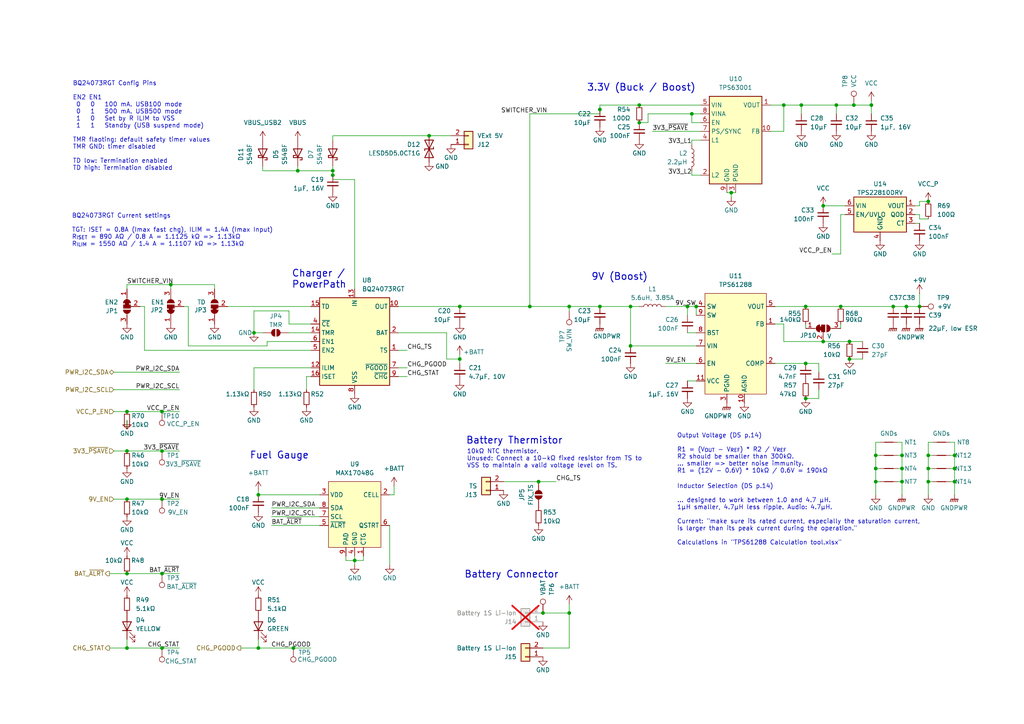
<source format=kicad_sch>
(kicad_sch (version 20250114) (generator "eeschema") (generator_version "9.0")
  (paper "A4")
  (title_block (title "Hör Bär main") (rev "1.0") (company "Drachosaurus Designs"))
  (text "BQ24073RGT Config Pins\n\nEN2 EN1\n 0   0   100 mA. USB100 mode\n 0   1   500 mA. USB500 mode\n 1   0   Set by R ILIM to VSS\n 1   1   Standby (USB suspend mode)\n\nTMR flaoting: default safety timer values\nTMR GND: timer disabled\n\nTD low: Termination enabled\nTD high: Termination disabled" (at 21.082 36.576 0) (effects (font (size 1.27 1.27)) (justify left)))
  (text "9V (Boost)" (at 171.45 81.534 0) (effects (font (size 2 2) (thickness 0.254) (bold yes)) (justify left bottom)))
  (text "3.3V (Buck / Boost)" (at 170.18 26.67 0) (effects (font (size 2 2) (thickness 0.254) (bold yes)) (justify left bottom)))
  (text "Charger /\nPowerPath" (at 84.582 83.82 0) (effects (font (size 2 2) (thickness 0.254) (bold yes)) (justify left bottom)))
  (text "Fuel Gauge" (at 72.39 133.35 0) (effects (font (size 2 2) (thickness 0.254) (bold yes)) (justify left bottom)))
  (text "BQ24073RGT Current settings\n\nTGT: ISET = 0.8A (Imax fast chg), ILIM = 1.4A (Imax Input)\nR_{ISET} = 890 AΩ / 0.8 A = 1.1125 kΩ => 1.13kΩ\nR_{ILIM} = 1550 AΩ / 1.4 A = 1.1107 kΩ => 1.13kΩ" (at 20.828 66.802 0) (effects (font (size 1.27 1.27)) (justify left)))
  (text "Battery Connector" (at 134.62 167.894 0) (effects (font (size 2 2) (thickness 0.254) (bold yes)) (justify left bottom)))
  (text "10kΩ NTC thermistor. \nUnused: Connect a 10-kΩ fixed resistor from TS to \nVSS to maintain a valid voltage level on TS." (at 135.382 133.096 0) (effects (font (size 1.27 1.27)) (justify left)))
  (text "Output Voltage (DS p.14)\n\nR1 = (V_{OUT} - V_{REF}) * R2 / V_{REF}\nR2 should be smaller than 300kΩ.\n... smaller => better noise immunity.\nR1 = (12V - 0.6V) * 10kΩ / 0.6V = 190kΩ" (at 196.342 137.414 0) (effects (font (size 1.27 1.27)) (justify left bottom)))
  (text "Inductor Selection (DS p.14)\n\n... designed to work between 1.0 and 4.7 µH.\n1µH smaller, 4.7µH less ripple. Audio: 4.7µH.\n\nCurrent: \"make sure its rated current, especially the saturation current, \nis larger than its peak current during the operation.\"\n\nCalculations in \"TPS61288 Calculation tool.xlsx\"" (at 196.342 158.242 0) (effects (font (size 1.27 1.27)) (justify left bottom)))
  (text "Battery Thermistor" (at 135.128 129.032 0) (effects (font (size 2 2) (thickness 0.254) (bold yes)) (justify left bottom)))
  (junction (at 200.66 33.02))
  (junction (at 269.24 135.89))
  (junction (at 173.99 31.75))
  (junction (at 153.67 88.9))
  (junction (at 185.42 35.56))
  (junction (at 276.86 132.08))
  (junction (at 243.84 88.9))
  (junction (at 254 135.89))
  (junction (at 199.39 88.9))
  (junction (at 238.76 59.69))
  (junction (at 201.93 88.9))
  (junction (at 261.62 139.7))
  (junction (at 86.36 49.53))
  (junction (at 262.89 88.9))
  (junction (at 46.99 119.38))
  (junction (at 261.62 135.89))
  (junction (at 233.68 105.41))
  (junction (at 232.41 30.48))
  (junction (at 254 132.08))
  (junction (at 269.24 139.7))
  (junction (at 165.1 177.8))
  (junction (at 185.42 30.48))
  (junction (at 276.86 139.7))
  (junction (at 182.88 88.9))
  (junction (at 182.88 100.33))
  (junction (at 133.35 88.9))
  (junction (at 85.09 187.96))
  (junction (at 247.65 30.48))
  (junction (at 36.83 166.37))
  (junction (at 46.99 187.96))
  (junction (at 269.24 132.08))
  (junction (at 266.7 88.9))
  (junction (at 96.52 50.8))
  (junction (at 73.66 96.52))
  (junction (at 36.83 187.96))
  (junction (at 261.62 132.08))
  (junction (at 102.87 162.56))
  (junction (at 269.24 58.42))
  (junction (at 173.99 88.9))
  (junction (at 233.68 88.9))
  (junction (at 259.08 88.9))
  (junction (at 46.99 144.78))
  (junction (at 74.93 187.96))
  (junction (at 49.53 82.55))
  (junction (at 74.93 143.51))
  (junction (at 36.83 130.81))
  (junction (at 252.73 30.48))
  (junction (at 133.35 104.14))
  (junction (at 46.99 130.81))
  (junction (at 124.46 39.37))
  (junction (at 96.52 49.53))
  (junction (at 165.1 88.9))
  (junction (at 157.48 177.8))
  (junction (at 254 139.7))
  (junction (at 233.68 115.57))
  (junction (at 246.38 104.14))
  (junction (at 246.38 99.06))
  (junction (at 46.99 166.37))
  (junction (at 36.83 144.78))
  (junction (at 242.57 30.48))
  (junction (at 238.76 99.06))
  (junction (at 36.83 119.38))
  (junction (at 156.21 139.7))
  (junction (at 276.86 135.89))
  (junction (at 212.09 55.88))
  (junction (at 227.33 30.48))
  (wire (pts (xy 54.61 100.33) (xy 54.61 88.9)))
  (wire (pts (xy 46.99 119.38) (xy 36.83 119.38)))
  (wire (pts (xy 243.84 93.98) (xy 243.84 95.25)))
  (wire (pts (xy 193.04 88.9) (xy 199.39 88.9)))
  (wire (pts (xy 165.1 90.17) (xy 165.1 88.9)))
  (wire (pts (xy 49.53 82.55) (xy 62.23 82.55)))
  (wire (pts (xy 33.02 107.95) (xy 52.07 107.95)))
  (wire (pts (xy 96.52 52.07) (xy 102.87 52.07)))
  (wire (pts (xy 40.64 88.9) (xy 41.91 88.9)))
  (wire (pts (xy 90.17 99.06) (xy 77.47 99.06)))
  (wire (pts (xy 73.66 90.17) (xy 73.66 96.52)))
  (wire (pts (xy 232.41 30.48) (xy 242.57 30.48)))
  (wire (pts (xy 102.87 162.56) (xy 102.87 163.83)))
  (wire (pts (xy 224.79 88.9) (xy 233.68 88.9)))
  (wire (pts (xy 49.53 82.55) (xy 49.53 83.82)))
  (wire (pts (xy 52.07 119.38) (xy 46.99 119.38)))
  (wire (pts (xy 92.71 147.32) (xy 78.74 147.32)))
  (wire (pts (xy 96.52 52.07) (xy 96.52 50.8)))
  (wire (pts (xy 74.93 143.51) (xy 74.93 142.24)))
  (wire (pts (xy 246.38 104.14) (xy 250.19 104.14)))
  (wire (pts (xy 165.1 177.8) (xy 165.1 187.96)))
  (wire (pts (xy 36.83 82.55) (xy 49.53 82.55)))
  (wire (pts (xy 269.24 139.7) (xy 269.24 135.89)))
  (wire (pts (xy 224.79 105.41) (xy 233.68 105.41)))
  (wire (pts (xy 115.57 109.22) (xy 118.11 109.22)))
  (wire (pts (xy 261.62 132.08) (xy 261.62 135.89)))
  (wire (pts (xy 36.83 166.37) (xy 46.99 166.37)))
  (wire (pts (xy 201.93 88.9) (xy 201.93 91.44)))
  (wire (pts (xy 199.39 88.9) (xy 201.93 88.9)))
  (wire (pts (xy 36.83 82.55) (xy 36.83 83.82)))
  (wire (pts (xy 133.35 88.9) (xy 153.67 88.9)))
  (wire (pts (xy 156.21 139.7) (xy 161.29 139.7)))
  (wire (pts (xy 102.87 161.29) (xy 102.87 162.56)))
  (wire (pts (xy 36.83 144.78) (xy 33.02 144.78)))
  (wire (pts (xy 266.7 85.09) (xy 266.7 88.9)))
  (wire (pts (xy 224.79 93.98) (xy 227.33 93.98)))
  (wire (pts (xy 129.54 96.52) (xy 129.54 104.14)))
  (wire (pts (xy 36.83 124.46) (xy 36.83 121.92)))
  (wire (pts (xy 276.86 135.89) (xy 276.86 139.7)))
  (wire (pts (xy 96.52 39.37) (xy 124.46 39.37)))
  (wire (pts (xy 62.23 83.82) (xy 62.23 82.55)))
  (wire (pts (xy 83.82 93.98) (xy 83.82 90.17)))
  (wire (pts (xy 165.1 187.96) (xy 157.48 187.96)))
  (wire (pts (xy 276.86 139.7) (xy 276.86 143.51)))
  (wire (pts (xy 276.86 132.08) (xy 276.86 135.89)))
  (wire (pts (xy 237.49 107.95) (xy 237.49 105.41)))
  (wire (pts (xy 46.99 166.37) (xy 52.07 166.37)))
  (wire (pts (xy 269.24 132.08) (xy 269.24 128.27)))
  (wire (pts (xy 54.61 88.9) (xy 53.34 88.9)))
  (wire (pts (xy 46.99 130.81) (xy 36.83 130.81)))
  (wire (pts (xy 259.08 88.9) (xy 262.89 88.9)))
  (wire (pts (xy 276.86 128.27) (xy 276.86 132.08)))
  (wire (pts (xy 266.7 64.77) (xy 265.43 64.77)))
  (wire (pts (xy 187.96 35.56) (xy 185.42 35.56)))
  (wire (pts (xy 76.2 48.26) (xy 76.2 49.53)))
  (wire (pts (xy 165.1 177.8) (xy 157.48 177.8)))
  (wire (pts (xy 275.59 135.89) (xy 276.86 135.89)))
  (wire (pts (xy 237.49 115.57) (xy 233.68 115.57)))
  (wire (pts (xy 243.84 88.9) (xy 259.08 88.9)))
  (wire (pts (xy 185.42 30.48) (xy 203.2 30.48)))
  (wire (pts (xy 115.57 88.9) (xy 133.35 88.9)))
  (wire (pts (xy 276.86 128.27) (xy 275.59 128.27)))
  (wire (pts (xy 189.23 38.1) (xy 203.2 38.1)))
  (wire (pts (xy 200.66 49.53) (xy 200.66 50.8)))
  (wire (pts (xy 88.9 109.22) (xy 90.17 109.22)))
  (wire (pts (xy 227.33 30.48) (xy 232.41 30.48)))
  (wire (pts (xy 153.67 33.02) (xy 173.99 33.02)))
  (wire (pts (xy 212.09 55.88) (xy 210.82 55.88)))
  (wire (pts (xy 83.82 90.17) (xy 73.66 90.17)))
  (wire (pts (xy 254 128.27) (xy 255.27 128.27)))
  (wire (pts (xy 200.66 40.64) (xy 200.66 41.91)))
  (wire (pts (xy 261.62 139.7) (xy 260.35 139.7)))
  (wire (pts (xy 187.96 33.02) (xy 187.96 35.56)))
  (wire (pts (xy 77.47 100.33) (xy 77.47 99.06)))
  (wire (pts (xy 124.46 39.37) (xy 130.81 39.37)))
  (wire (pts (xy 232.41 33.02) (xy 232.41 30.48)))
  (wire (pts (xy 36.83 187.96) (xy 46.99 187.96)))
  (wire (pts (xy 76.2 49.53) (xy 86.36 49.53)))
  (wire (pts (xy 187.96 33.02) (xy 200.66 33.02)))
  (wire (pts (xy 261.62 139.7) (xy 261.62 143.51)))
  (wire (pts (xy 254 135.89) (xy 254 132.08)))
  (wire (pts (xy 173.99 33.02) (xy 173.99 31.75)))
  (wire (pts (xy 88.9 109.22) (xy 88.9 113.03)))
  (wire (pts (xy 237.49 113.03) (xy 237.49 115.57)))
  (wire (pts (xy 212.09 55.88) (xy 212.09 57.15)))
  (wire (pts (xy 237.49 105.41) (xy 233.68 105.41)))
  (wire (pts (xy 31.75 187.96) (xy 36.83 187.96)))
  (wire (pts (xy 233.68 93.98) (xy 233.68 95.25)))
  (wire (pts (xy 96.52 50.8) (xy 96.52 49.53)))
  (wire (pts (xy 100.33 162.56) (xy 102.87 162.56)))
  (wire (pts (xy 200.66 50.8) (xy 203.2 50.8)))
  (wire (pts (xy 212.09 55.88) (xy 213.36 55.88)))
  (wire (pts (xy 269.24 135.89) (xy 270.51 135.89)))
  (wire (pts (xy 269.24 139.7) (xy 270.51 139.7)))
  (wire (pts (xy 269.24 139.7) (xy 269.24 143.51)))
  (wire (pts (xy 254 139.7) (xy 254 143.51)))
  (wire (pts (xy 115.57 96.52) (xy 129.54 96.52)))
  (wire (pts (xy 266.7 63.5) (xy 266.7 62.23)))
  (wire (pts (xy 269.24 128.27) (xy 270.51 128.27)))
  (wire (pts (xy 96.52 48.26) (xy 96.52 49.53)))
  (wire (pts (xy 114.3 143.51) (xy 114.3 140.97)))
  (wire (pts (xy 102.87 162.56) (xy 105.41 162.56)))
  (wire (pts (xy 69.85 187.96) (xy 74.93 187.96)))
  (wire (pts (xy 73.66 106.68) (xy 73.66 113.03)))
  (wire (pts (xy 182.88 88.9) (xy 185.42 88.9)))
  (wire (pts (xy 247.65 30.48) (xy 252.73 30.48)))
  (wire (pts (xy 92.71 152.4) (xy 78.74 152.4)))
  (wire (pts (xy 254 135.89) (xy 255.27 135.89)))
  (wire (pts (xy 238.76 59.69) (xy 245.11 59.69)))
  (wire (pts (xy 96.52 39.37) (xy 96.52 40.64)))
  (wire (pts (xy 254 132.08) (xy 254 128.27)))
  (wire (pts (xy 36.83 119.38) (xy 33.02 119.38)))
  (wire (pts (xy 153.67 33.02) (xy 153.67 88.9)))
  (wire (pts (xy 52.07 130.81) (xy 46.99 130.81)))
  (wire (pts (xy 201.93 100.33) (xy 182.88 100.33)))
  (wire (pts (xy 242.57 30.48) (xy 247.65 30.48)))
  (wire (pts (xy 227.33 38.1) (xy 227.33 30.48)))
  (wire (pts (xy 200.66 35.56) (xy 200.66 33.02)))
  (wire (pts (xy 252.73 33.02) (xy 252.73 30.48)))
  (wire (pts (xy 74.93 187.96) (xy 85.09 187.96)))
  (wire (pts (xy 90.17 93.98) (xy 83.82 93.98)))
  (wire (pts (xy 36.83 185.42) (xy 36.83 187.96)))
  (wire (pts (xy 254 139.7) (xy 255.27 139.7)))
  (wire (pts (xy 193.04 105.41) (xy 201.93 105.41)))
  (wire (pts (xy 261.62 128.27) (xy 261.62 132.08)))
  (wire (pts (xy 33.02 113.03) (xy 52.07 113.03)))
  (wire (pts (xy 113.03 152.4) (xy 113.03 163.83)))
  (wire (pts (xy 269.24 132.08) (xy 270.51 132.08)))
  (wire (pts (xy 262.89 88.9) (xy 266.7 88.9)))
  (wire (pts (xy 46.99 144.78) (xy 36.83 144.78)))
  (wire (pts (xy 265.43 59.69) (xy 266.7 59.69)))
  (wire (pts (xy 86.36 49.53) (xy 96.52 49.53)))
  (wire (pts (xy 276.86 139.7) (xy 275.59 139.7)))
  (wire (pts (xy 115.57 101.6) (xy 118.11 101.6)))
  (wire (pts (xy 241.3 73.66) (xy 243.84 73.66)))
  (wire (pts (xy 243.84 73.66) (xy 243.84 62.23)))
  (wire (pts (xy 276.86 132.08) (xy 275.59 132.08)))
  (wire (pts (xy 266.7 58.42) (xy 266.7 59.69)))
  (wire (pts (xy 252.73 29.21) (xy 252.73 30.48)))
  (wire (pts (xy 233.68 88.9) (xy 243.84 88.9)))
  (wire (pts (xy 250.19 99.06) (xy 246.38 99.06)))
  (wire (pts (xy 227.33 99.06) (xy 238.76 99.06)))
  (wire (pts (xy 31.75 166.37) (xy 36.83 166.37)))
  (wire (pts (xy 242.57 33.02) (xy 242.57 30.48)))
  (wire (pts (xy 227.33 30.48) (xy 223.52 30.48)))
  (wire (pts (xy 114.3 143.51) (xy 113.03 143.51)))
  (wire (pts (xy 200.66 35.56) (xy 203.2 35.56)))
  (wire (pts (xy 102.87 52.07) (xy 102.87 83.82)))
  (wire (pts (xy 199.39 110.49) (xy 201.93 110.49)))
  (wire (pts (xy 227.33 99.06) (xy 227.33 93.98)))
  (wire (pts (xy 266.7 63.5) (xy 269.24 63.5)))
  (wire (pts (xy 261.62 128.27) (xy 260.35 128.27)))
  (wire (pts (xy 260.35 135.89) (xy 261.62 135.89)))
  (wire (pts (xy 266.7 58.42) (xy 269.24 58.42)))
  (wire (pts (xy 92.71 149.86) (xy 78.74 149.86)))
  (wire (pts (xy 41.91 101.6) (xy 90.17 101.6)))
  (wire (pts (xy 254 132.08) (xy 255.27 132.08)))
  (wire (pts (xy 90.17 106.68) (xy 73.66 106.68)))
  (wire (pts (xy 105.41 162.56) (xy 105.41 161.29)))
  (wire (pts (xy 199.39 96.52) (xy 201.93 96.52)))
  (wire (pts (xy 223.52 38.1) (xy 227.33 38.1)))
  (wire (pts (xy 100.33 161.29) (xy 100.33 162.56)))
  (wire (pts (xy 165.1 175.26) (xy 165.1 177.8)))
  (wire (pts (xy 173.99 88.9) (xy 182.88 88.9)))
  (wire (pts (xy 203.2 40.64) (xy 200.66 40.64)))
  (wire (pts (xy 115.57 106.68) (xy 118.11 106.68)))
  (wire (pts (xy 182.88 100.33) (xy 182.88 88.9)))
  (wire (pts (xy 153.67 88.9) (xy 165.1 88.9)))
  (wire (pts (xy 200.66 33.02) (xy 203.2 33.02)))
  (wire (pts (xy 86.36 48.26) (xy 86.36 49.53)))
  (wire (pts (xy 83.82 96.52) (xy 90.17 96.52)))
  (wire (pts (xy 52.07 144.78) (xy 46.99 144.78)))
  (wire (pts (xy 133.35 102.87) (xy 133.35 104.14)))
  (wire (pts (xy 73.66 96.52) (xy 76.2 96.52)))
  (wire (pts (xy 266.7 62.23) (xy 265.43 62.23)))
  (wire (pts (xy 254 139.7) (xy 254 135.89)))
  (wire (pts (xy 74.93 143.51) (xy 92.71 143.51)))
  (wire (pts (xy 133.35 104.14) (xy 133.35 105.41)))
  (wire (pts (xy 66.04 88.9) (xy 90.17 88.9)))
  (wire (pts (xy 129.54 104.14) (xy 133.35 104.14)))
  (wire (pts (xy 46.99 187.96) (xy 52.07 187.96)))
  (wire (pts (xy 85.09 187.96) (xy 90.17 187.96)))
  (wire (pts (xy 146.05 139.7) (xy 156.21 139.7)))
  (wire (pts (xy 243.84 62.23) (xy 245.11 62.23)))
  (wire (pts (xy 165.1 88.9) (xy 173.99 88.9)))
  (wire (pts (xy 173.99 30.48) (xy 185.42 30.48)))
  (wire (pts (xy 238.76 99.06) (xy 246.38 99.06)))
  (wire (pts (xy 269.24 135.89) (xy 269.24 132.08)))
  (wire (pts (xy 41.91 88.9) (xy 41.91 101.6)))
  (wire (pts (xy 261.62 132.08) (xy 260.35 132.08)))
  (wire (pts (xy 261.62 135.89) (xy 261.62 139.7)))
  (wire (pts (xy 36.83 130.81) (xy 33.02 130.81)))
  (wire (pts (xy 199.39 88.9) (xy 199.39 91.44)))
  (wire (pts (xy 77.47 100.33) (xy 54.61 100.33)))
  (wire (pts (xy 173.99 31.75) (xy 173.99 30.48)))
  (wire (pts (xy 74.93 185.42) (xy 74.93 187.96)))
  (label "BAT_~{ALRT}" (at 78.74 152.4 0))
  (label "CHG_STAT" (at 52.07 187.96 180))
  (label "3V3_L2" (at 200.66 50.8 180))
  (label "3V3_~{PSAVE}" (at 52.07 130.81 180))
  (label "CHG_PGOOD" (at 118.11 106.68 0))
  (label "CHG_STAT" (at 118.11 109.22 0))
  (label "PWR_I2C_SDA" (at 78.74 147.32 0))
  (label "9V_EN" (at 52.07 144.78 180))
  (label "PWR_I2C_SDA" (at 52.07 107.95 180))
  (label "CHG_PGOOD" (at 90.17 187.96 180))
  (label "3V3_L1" (at 200.66 41.91 180))
  (label "9V_EN" (at 193.04 105.41 0))
  (label "PWR_I2C_SCL" (at 52.07 113.03 180))
  (label "3V3_~{PSAVE}" (at 189.23 38.1 0))
  (label "9V_SW" (at 201.93 88.9 180))
  (label "VCC_P_EN" (at 241.3 73.66 180))
  (label "CHG_TS" (at 161.29 139.7 0))
  (label "SWITCHER_VIN" (at 36.83 82.55 0))
  (label "PWR_I2C_SCL" (at 78.74 149.86 0))
  (label "BAT_~{ALRT}" (at 52.07 166.37 180))
  (label "CHG_TS" (at 118.11 101.6 0))
  (label "SWITCHER_VIN" (at 158.75 33.02 180))
  (label "VCC_P_EN" (at 52.07 119.38 180))
  (hierarchical_label "9V_EN" (shape input) (at 33.02 144.78 180))
  (hierarchical_label "CHG_STAT" (shape output) (at 31.75 187.96 180))
  (hierarchical_label "PWR_I2C_SCL" (shape input) (at 33.02 113.03 180))
  (hierarchical_label "PWR_I2C_SDA" (shape bidirectional) (at 33.02 107.95 180))
  (hierarchical_label "BAT_~{ALRT}" (shape output) (at 31.75 166.37 180))
  (hierarchical_label "CHG_PGOOD" (shape output) (at 69.85 187.96 180))
  (hierarchical_label "3V3_~{PSAVE}" (shape input) (at 33.02 130.81 180))
  (hierarchical_label "VCC_P_EN" (shape input) (at 33.02 119.38 180))
  (symbol (lib_id "power:GND") (at 156.21 152.4 0) (unit 1)
    (property "Reference" "#PWR0133" (effects (hide yes)))
    (property "Value" "GND" (at 156.21 156.21 0))
  )
  (symbol (lib_id "power:GND") (at 157.48 180.34 0) (mirror y) (unit 1)
    (property "Reference" "#PWR0134" (effects (hide yes)))
    (property "Value" "GND" (at 157.48 184.15 0))
  )
  (symbol (lib_id "Device:R_Small") (at 269.24 60.96 0) (unit 1)
    (property "Reference" "R69" (at 271.78 59.69 0) (effects (justify left)))
    (property "Value" "100Ω" (at 271.78 62.23 0) (effects (justify left)))
    (property "Footprint" "Resistor_SMD:R_0402_1005Metric" (effects (hide yes)))
    (property "LCSC" "C25076" (effects (hide yes)))
    (property "MPN" "0402WGF1000TCE" (effects (hide yes)))
  )
  (symbol (lib_id "Device:L") (at 200.66 45.72 0) (unit 1)
    (property "Reference" "L2" (at 199.39 44.45 0) (effects (justify right)))
    (property "Value" "2.2µH" (at 199.39 46.99 0) (effects (justify right)))
    (property "Footprint" "Baer_Footprints:L_Murata_LQH3NPN" (effects (hide yes)))
    (property "MPN" "LQH3NPN2R2MJRL" (effects (hide yes)))
    (property "LCSC" "C341775" (effects (hide yes)))
  )
  (symbol (lib_id "Connector:TestPoint") (at 165.1 90.17 180) (unit 1) (in_bom no)
    (property "Reference" "TP7" (at 163.068 95.758 90) (effects (justify left)))
    (property "Value" "SW_VIN" (at 165.1 95.25 90) (effects (justify left)))
    (property "Footprint" "TestPoint:TestPoint_Pad_D1.5mm" (effects (hide yes)))
  )
  (symbol (lib_id "Device:C_Small") (at 237.49 110.49 0) (mirror y) (unit 1)
    (property "Reference" "C31" (at 240.03 109.2263 0) (effects (justify right)))
    (property "Value" "27pF" (at 240.03 111.7663 0) (effects (justify right)))
    (property "Footprint" "Capacitor_SMD:C_0402_1005Metric" (effects (hide yes)))
    (property "LCSC" "C386133" (effects (hide yes)))
    (property "MPN" "UMK105CG270JV-F" (effects (hide yes)))
  )
  (symbol (lib_id "Connector_Generic:Conn_01x02") (at 152.4 190.5 180) (unit 1) (in_bom no)
    (property "Reference" "J15" (at 149.86 190.5 0) (effects (justify left)))
    (property "Value" "Battery 1S Li-Ion" (at 149.86 187.96 0) (effects (justify left)))
    (property "Footprint" "Connector_Wire:SolderWire-0.5sqmm_1x02_P4.6mm_D0.9mm_OD2.1mm" (effects (hide yes)))
  )
  (symbol (lib_id "Connector:TestPoint") (at 247.65 30.48 0) (unit 1) (in_bom no)
    (property "Reference" "TP8" (at 245.11 25.4 90) (effects (justify left)))
    (property "Value" "VCC" (at 247.65 25.4 90) (effects (justify left)))
    (property "Footprint" "TestPoint:TestPoint_Pad_D1.5mm" (effects (hide yes)))
  )
  (symbol (lib_id "Device:D_TVS") (at 124.46 43.18 270) (mirror x) (unit 1)
    (property "Reference" "D12" (at 121.92 41.91 90) (effects (justify right)))
    (property "Value" "LESD5D5.0CT1G" (at 121.92 44.45 90) (effects (justify right)))
    (property "Footprint" "Diode_SMD:D_SOD-523" (effects (hide yes)))
    (property "LCSC" "C383211" (effects (hide yes)))
    (property "MPN" "LESD5D5.0CT1G" (effects (hide yes)))
  )
  (symbol (lib_name "NetTie_2_1") (lib_id "Device:NetTie_2") (at 273.05 135.89 0) (unit 1) (in_bom no)
    (property "Reference" "NT13" (at 279.4 135.89 0))
    (property "Value" "GNDs" (effects (hide yes)))
    (property "Footprint" "Baer_Footprints:NetTie-2_Via" (effects (hide yes)))
  )
  (symbol (lib_id "power:GND") (at 255.27 69.85 0) (mirror y) (unit 1)
    (property "Reference" "#PWR0208" (effects (hide yes)))
    (property "Value" "GND" (at 255.27 73.66 0))
  )
  (symbol (lib_id "Device:C_Small") (at 182.88 102.87 0) (unit 1)
    (property "Reference" "C24" (at 180.34 101.6063 0) (effects (justify right)))
    (property "Value" "100nF" (at 180.34 104.1463 0) (effects (justify right)))
    (property "Footprint" "Capacitor_SMD:C_0402_1005Metric" (effects (hide yes)))
    (property "LCSC" "C458949" (effects (hide yes)))
    (property "MPN" "MT15B104K160CT" (effects (hide yes)))
  )
  (symbol (lib_id "power:GNDPWR") (at 261.62 143.51 0) (unit 1)
    (property "Reference" "#PWR0156" (effects (hide yes)))
    (property "Value" "GNDPWR" (at 261.493 147.32 0))
  )
  (symbol (lib_id "power:GND") (at 102.87 163.83 0) (unit 1)
    (property "Reference" "#PWR0126" (effects (hide yes)))
    (property "Value" "GND" (at 102.87 167.64 0))
  )
  (symbol (lib_id "Device:C_Small") (at 96.52 53.34 0) (unit 1)
    (property "Reference" "C19" (at 93.98 52.0763 0) (effects (justify right)))
    (property "Value" "1µF, 16V" (at 93.98 54.6163 0) (effects (justify right)))
    (property "Footprint" "Capacitor_SMD:C_0402_1005Metric" (effects (hide yes)))
    (property "LCSC" "C29266" (effects (hide yes)))
    (property "MPN" "CL05A105KO5NNNC" (effects (hide yes)))
  )
  (symbol (lib_id "power:+BATT") (at 165.1 175.26 0) (mirror y) (unit 1)
    (property "Reference" "#PWR0136" (effects (hide yes)))
    (property "Value" "+BATT" (at 165.1 170.18 0))
  )
  (symbol (lib_id "Device:NetTie_2") (at 273.05 128.27 0) (unit 1) (in_bom no)
    (property "Reference" "NT8" (at 279.4 128.27 0))
    (property "Value" "GNDs" (at 273.05 125.73 0))
    (property "Footprint" "Baer_Footprints:NetTie-2_Via" (effects (hide yes)))
  )
  (symbol (lib_id "Device:R_Small") (at 88.9 115.57 0) (mirror y) (unit 1)
    (property "Reference" "R52" (at 93.98 114.3 0) (effects (justify left)))
    (property "Value" "1.13kΩ" (at 87.63 114.3 0) (effects (justify left)))
    (property "Footprint" "Resistor_SMD:R_0402_1005Metric" (effects (hide yes)))
    (property "LCSC" "C67014" (effects (hide yes)))
    (property "MPN" "0402WGF1131TCE" (effects (hide yes)))
  )
  (symbol (lib_id "Device:R_Small") (at 233.68 91.44 0) (mirror y) (unit 1)
    (property "Reference" "R55" (at 232.41 90.932 0) (effects (justify left)))
    (property "Value" "140kΩ" (at 232.41 92.71 0) (effects (justify left)))
    (property "Footprint" "Resistor_SMD:R_0402_1005Metric" (effects (hide yes)))
    (property "LCSC" "C114151" (effects (hide yes)))
    (property "MPN" "RC0402FR-07140KL " (effects (hide yes)))
  )
  (symbol (lib_id "Device:C_Small") (at 262.89 91.44 0) (unit 1)
    (property "Reference" "C38" (at 261.62 86.36 0) (effects (justify left)))
    (property "Value" "22µF, low ESR" (effects (hide yes)))
    (property "Footprint" "Capacitor_SMD:C_1210_3225Metric" (effects (hide yes)))
    (property "LCSC" "C6120032" (effects (hide yes)))
    (property "MPN" "CGA1210X7R226K250RT" (effects (hide yes)))
  )
  (symbol (lib_id "power:VBUS") (at 86.36 40.64 0) (unit 1)
    (property "Reference" "#PWR0115" (effects (hide yes)))
    (property "Value" "VBUS" (at 86.36 35.56 0))
  )
  (symbol (lib_id "power:+BATT") (at 74.93 142.24 0) (unit 1)
    (property "Reference" "#PWR0119" (effects (hide yes)))
    (property "Value" "+BATT" (at 74.93 137.16 0))
  )
  (symbol (lib_id "Device:C_Small") (at 173.99 91.44 0) (unit 1)
    (property "Reference" "C23" (at 171.45 90.1763 0) (effects (justify right)))
    (property "Value" "10µF" (at 171.45 92.7163 0) (effects (justify right)))
    (property "Footprint" "Capacitor_SMD:C_0805_2012Metric" (effects (hide yes)))
    (property "LCSC" "C6119932" (effects (hide yes)))
    (property "MPN" "CGA0805X7R106K250MT" (effects (hide yes)))
  )
  (symbol (lib_id "power:GND") (at 212.09 57.15 0) (unit 1)
    (property "Reference" "#PWR0143" (effects (hide yes)))
    (property "Value" "GND" (at 212.09 60.96 0))
  )
  (symbol (lib_id "power:GND") (at 232.41 38.1 0) (mirror y) (unit 1)
    (property "Reference" "#PWR0145" (effects (hide yes)))
    (property "Value" "GND" (at 232.41 41.91 0))
  )
  (symbol (lib_id "power:GND") (at 49.53 93.98 0) (unit 1)
    (property "Reference" "#PWR0113" (effects (hide yes)))
    (property "Value" "GND" (at 49.53 97.79 0))
  )
  (symbol (lib_id "power:GNDPWR") (at 259.08 93.98 0) (unit 1)
    (property "Reference" "#PWR0155" (effects (hide yes)))
    (property "Value" "GNDPWR" (effects (hide yes)))
  )
  (symbol (lib_id "Device:NetTie_2") (at 273.05 132.08 0) (unit 1) (in_bom no)
    (property "Reference" "NT12" (at 279.4 132.08 0))
    (property "Value" "GNDs" (effects (hide yes)))
    (property "Footprint" "Baer_Footprints:NetTie-2_Via" (effects (hide yes)))
  )
  (symbol (lib_id "Device:NetTie_2") (at 273.05 139.7 0) (unit 1) (in_bom no)
    (property "Reference" "NT14" (at 279.4 139.7 0))
    (property "Value" "GNDs" (effects (hide yes)))
    (property "Footprint" "Baer_Footprints:NetTie-2_Via" (effects (hide yes)))
  )
  (symbol (lib_id "Device:NetTie_2") (at 257.81 135.89 0) (unit 1) (in_bom no)
    (property "Reference" "NT4" (at 264.16 135.89 0))
    (property "Value" "GNDs" (effects (hide yes)))
    (property "Footprint" "Baer_Footprints:NetTie-2_Via" (effects (hide yes)))
  )
  (symbol (lib_id "power:VBUS") (at 76.2 40.64 0) (unit 1)
    (property "Reference" "#PWR0201" (effects (hide yes)))
    (property "Value" "VBUS_USB2" (at 76.2 35.56 0))
    (property "Description" "Power symbol creates a global label with name \"VBUS\"" (effects (hide yes)))
  )
  (symbol (lib_id "power:GND") (at 113.03 163.83 0) (unit 1)
    (property "Reference" "#PWR0127" (effects (hide yes)))
    (property "Value" "GND" (at 113.03 167.64 0))
  )
  (symbol (lib_id "Jumper:SolderJumper_2_Open") (at 80.01 96.52 0) (unit 1) (in_bom no)
    (property "Reference" "JP4" (at 80.01 91.694 0))
    (property "Value" "TMR" (at 80.01 94.234 0))
    (property "Footprint" "Jumper:SolderJumper-2_P1.3mm_Open_RoundedPad1.0x1.5mm" (effects (hide yes)))
    (property "Description" "Solder Jumper, 2-pole, open" (effects (hide yes)))
  )
  (symbol (lib_id "Device:C_Small") (at 185.42 38.1 0) (unit 1)
    (property "Reference" "C25" (at 182.88 36.8363 0) (effects (justify right)))
    (property "Value" "100nF" (at 182.88 39.3763 0) (effects (justify right)))
    (property "Footprint" "Capacitor_SMD:C_0402_1005Metric" (effects (hide yes)))
    (property "LCSC" "C458949" (effects (hide yes)))
    (property "MPN" "MT15B104K160CT" (effects (hide yes)))
  )
  (symbol (lib_id "Jumper:SolderJumper_3_Bridged12") (at 49.53 88.9 90) (unit 1) (in_bom no)
    (property "Reference" "JP2" (at 45.466 89.916 90))
    (property "Value" "EN1" (at 45.72 87.63 90))
    (property "Footprint" "Jumper:SolderJumper-3_P1.3mm_Bridged12_RoundedPad1.0x1.5mm" (effects (hide yes)))
    (property "Description" "3-pole Solder Jumper, pins 1+2 closed/bridged" (effects (hide yes)))
  )
  (symbol (lib_id "power:+BATT") (at 114.3 140.97 0) (unit 1)
    (property "Reference" "#PWR0128" (effects (hide yes)))
    (property "Value" "+BATT" (at 114.3 135.89 0))
  )
  (symbol (lib_id "Power_Management:TPS22810DRV") (at 255.27 62.23 0) (unit 1)
    (property "Reference" "U14" (at 255.27 53.34 0))
    (property "Value" "TPS22810DRV" (at 255.27 55.88 0))
    (property "Footprint" "Package_SON:WSON-6-1EP_2x2mm_P0.65mm_EP1x1.6mm_ThermalVias" (effects (hide yes)))
    (property "Datasheet" "http://www.ti.com/lit/ds/symlink/tps22810.pdf" (effects (hide yes)))
    (property "Description" "2.7-18V, 79mohms On-Resistance Load Switch With Thermal Protection, WSON-6" (effects (hide yes)))
  )
  (symbol (lib_id "Device:C_Small") (at 173.99 34.29 0) (unit 1)
    (property "Reference" "C22" (at 171.45 33.0263 0) (effects (justify right)))
    (property "Value" "10µF" (at 171.45 35.5663 0) (effects (justify right)))
    (property "Footprint" "Capacitor_SMD:C_0805_2012Metric" (effects (hide yes)))
    (property "LCSC" "C6119932" (effects (hide yes)))
    (property "MPN" "CGA0805X7R106K250MT" (effects (hide yes)))
  )
  (symbol (lib_id "power:GND") (at 36.83 93.98 0) (unit 1)
    (property "Reference" "#PWR0108" (effects (hide yes)))
    (property "Value" "GND" (at 36.83 97.79 0))
  )
  (symbol (lib_id "power:GND") (at 157.48 190.5 0) (mirror y) (unit 1)
    (property "Reference" "#PWR0135" (effects (hide yes)))
    (property "Value" "GND" (at 157.48 194.31 0))
  )
  (symbol (lib_id "Baer_Symbols:MAX17048 DFN8") (at 102.87 149.86 0) (unit 1)
    (property "Reference" "U9" (at 102.87 134.62 0))
    (property "Value" "MAX17048G" (at 102.87 137.16 0))
    (property "Footprint" "Baer_Footprints:TDFN-8-1EP_MAXIM" (effects (hide yes)))
    (property "Datasheet" "https://www.analog.com/media/en/technical-documentation/data-sheets/MAX17048-MAX17049.pdf" (effects (hide yes)))
    (property "MPN" "MAX17048G+T10" (effects (hide yes)))
    (property "LCSC" "C2682616" (effects (hide yes)))
    (property "JLCPCB Rotation Offset" "90" (effects (hide yes)))
  )
  (symbol (lib_id "Baer_Symbols:TPS61288") (at 213.36 105.41 0) (unit 1)
    (property "Reference" "U11" (at 213.36 80.01 0))
    (property "Value" "TPS61288" (at 213.36 82.55 0))
    (property "Footprint" "Package_DFN_QFN:Texas_VQFN-HR-20_3x2.5mm_P0.5mm_RQQ0011A" (effects (hide yes)))
    (property "Datasheet" "https://www.ti.com/lit/ds/symlink/tps61288.pdf" (effects (hide yes)))
    (property "LCSC" "C5219223" (effects (hide yes)))
    (property "MPN" "TPS61288RQQR" (effects (hide yes)))
  )
  (symbol (lib_id "Battery_Management:BQ24073RGT") (at 102.87 99.06 0) (unit 1)
    (property "Reference" "U8" (at 105.0133 81.28 0) (effects (justify left)))
    (property "Value" "BQ24073RGT" (at 105.0133 83.82 0) (effects (justify left)))
    (property "Footprint" "Package_DFN_QFN:VQFN-16-1EP_3x3mm_P0.5mm_EP1.6x1.6mm" (effects (hide yes)))
    (property "Datasheet" "http://www.ti.com/lit/ds/symlink/bq24073.pdf" (effects (hide yes)))
    (property "Description" "USB-Friendly Li-Ion Battery Charger and Power-Path Management, VQFN-16" (effects (hide yes)))
    (property "LCSC" "C15220" (effects (hide yes)))
    (property "MPN" "BQ24073RGTR" (effects (hide yes)))
  )
  (symbol (lib_id "power:GND") (at 62.23 93.98 0) (unit 1)
    (property "Reference" "#PWR0114" (effects (hide yes)))
    (property "Value" "GND" (at 62.23 97.79 0))
  )
  (symbol (lib_id "Device:R_Small") (at 73.66 115.57 0) (mirror y) (unit 1)
    (property "Reference" "R50" (at 78.74 114.3 0) (effects (justify left)))
    (property "Value" "1.13kΩ" (at 72.39 114.3 0) (effects (justify left)))
    (property "Footprint" "Resistor_SMD:R_0402_1005Metric" (effects (hide yes)))
    (property "LCSC" "C67014" (effects (hide yes)))
    (property "MPN" "0402WGF1131TCE" (effects (hide yes)))
  )
  (symbol (lib_id "Jumper:SolderJumper_3_Bridged12") (at 36.83 88.9 90) (mirror x) (unit 1) (in_bom no)
    (property "Reference" "JP1" (at 34.29 90.1701 90) (effects (justify left)))
    (property "Value" "EN2" (at 34.29 87.6301 90) (effects (justify left)))
    (property "Footprint" "Jumper:SolderJumper-3_P1.3mm_Bridged12_RoundedPad1.0x1.5mm" (effects (hide yes)))
    (property "Description" "3-pole Solder Jumper, pins 1+2 closed/bridged" (effects (hide yes)))
  )
  (symbol (lib_id "Device:R_Small") (at 185.42 33.02 0) (mirror y) (unit 1)
    (property "Reference" "R54" (at 182.88 31.75 0) (effects (justify left)))
    (property "Value" "100Ω" (at 182.88 34.29 0) (effects (justify left)))
    (property "Footprint" "Resistor_SMD:R_0402_1005Metric" (effects (hide yes)))
    (property "LCSC" "C25076" (effects (hide yes)))
    (property "MPN" "0402WGF1000TCE" (effects (hide yes)))
  )
  (symbol (lib_id "power:GNDPWR") (at 262.89 93.98 0) (unit 1)
    (property "Reference" "#PWR0157" (effects (hide yes)))
    (property "Value" "GNDPWR" (effects (hide yes)))
  )
  (symbol (lib_id "power:GND") (at 73.66 118.11 0) (unit 1)
    (property "Reference" "#PWR0118" (effects (hide yes)))
    (property "Value" "GND" (at 73.66 121.92 0))
  )
  (symbol (lib_id "Device:R_Small") (at 243.84 91.44 0) (unit 1)
    (property "Reference" "R68" (at 245.11 90.932 0) (effects (justify left)))
    (property "Value" "90kΩ" (at 245.11 92.71 0) (effects (justify left)))
    (property "Footprint" "Resistor_SMD:R_0402_1005Metric" (effects (hide yes)))
    (property "LCSC" "C114151" (effects (hide yes)))
    (property "MPN" "RC0402FR-07140KL " (effects (hide yes)))
  )
  (symbol (lib_id "power:GND") (at 36.83 121.92 0) (unit 1)
    (property "Reference" "#PWR0116" (effects (hide yes)))
    (property "Value" "GND" (at 36.83 125.73 0))
  )
  (symbol (lib_id "Connector:TestPoint") (at 85.09 187.96 180) (unit 1) (in_bom no)
    (property "Reference" "TP5" (at 90.17 189.23 0) (effects (justify left)))
    (property "Value" "CHG_PGOOD" (at 97.79 191.262 0) (effects (justify left)))
    (property "Footprint" "TestPoint:TestPoint_Pad_D1.5mm" (effects (hide yes)))
  )
  (symbol (lib_id "power:VCC") (at 238.76 59.69 0) (unit 1)
    (property "Reference" "#PWR0205" (effects (hide yes)))
    (property "Value" "VCC" (at 238.76 54.61 0))
  )
  (symbol (lib_id "Connector:TestPoint") (at 46.99 187.96 180) (unit 1) (in_bom no)
    (property "Reference" "TP4" (at 52.07 189.23 0) (effects (justify left)))
    (property "Value" "CHG_STAT" (at 57.15 191.77 0) (effects (justify left)))
    (property "Footprint" "TestPoint:TestPoint_Pad_D1.5mm" (effects (hide yes)))
  )
  (symbol (lib_id "Device:C_Small") (at 266.7 91.44 0) (unit 1)
    (property "Reference" "C39" (at 269.24 91.44 0) (effects (justify left)))
    (property "Value" "22µF, low ESR" (at 269.24 95.25 0) (effects (justify left)))
    (property "Footprint" "Capacitor_SMD:C_1210_3225Metric" (effects (hide yes)))
    (property "LCSC" "C6120032" (effects (hide yes)))
    (property "MPN" "CGA1210X7R226K250RT" (effects (hide yes)))
  )
  (symbol (lib_id "power:GND") (at 254 143.51 0) (unit 1)
    (property "Reference" "#PWR0151" (effects (hide yes)))
    (property "Value" "GND" (at 254 147.32 0))
  )
  (symbol (lib_id "power:GNDPWR") (at 276.86 143.51 0) (unit 1)
    (property "Reference" "#PWR0161" (effects (hide yes)))
    (property "Value" "GNDPWR" (at 276.733 147.32 0))
  )
  (symbol (lib_id "power:GND") (at 36.83 135.89 0) (unit 1)
    (property "Reference" "#PWR0109" (effects (hide yes)))
    (property "Value" "GND" (at 36.83 139.7 0))
  )
  (symbol (lib_id "power:GNDPWR") (at 266.7 93.98 0) (unit 1)
    (property "Reference" "#PWR0159" (effects (hide yes)))
    (property "Value" "GNDPWR" (at 264.16 97.79 0))
  )
  (symbol (lib_id "Device:NetTie_2") (at 257.81 128.27 0) (unit 1) (in_bom no)
    (property "Reference" "NT1" (at 264.16 128.27 0))
    (property "Value" "GNDs" (at 257.81 125.73 0))
    (property "Footprint" "Baer_Footprints:NetTie-2_Via" (effects (hide yes)))
  )
  (symbol (lib_id "power:GND") (at 266.7 69.85 0) (mirror y) (unit 1)
    (property "Reference" "#PWR0207" (effects (hide yes)))
    (property "Value" "GND" (at 266.7 73.66 0))
  )
  (symbol (lib_id "Device:C_Small") (at 259.08 91.44 0) (unit 1)
    (property "Reference" "C37" (at 257.81 86.36 0) (effects (justify left)))
    (property "Value" "22µF, low ESR" (effects (hide yes)))
    (property "Footprint" "Capacitor_SMD:C_1210_3225Metric" (effects (hide yes)))
    (property "LCSC" "C6120032" (effects (hide yes)))
    (property "MPN" "CGA1210X7R226K250RT" (effects (hide yes)))
  )
  (symbol (lib_id "power:GND") (at 242.57 38.1 0) (mirror y) (unit 1)
    (property "Reference" "#PWR0148" (effects (hide yes)))
    (property "Value" "GND" (at 242.57 41.91 0))
  )
  (symbol (lib_id "Device:R_Small") (at 233.68 113.03 0) (mirror y) (unit 1)
    (property "Reference" "R57" (at 231.14 111.76 0) (effects (justify left)))
    (property "Value" "47kΩ" (at 231.14 114.3 0) (effects (justify left)))
    (property "Footprint" "Resistor_SMD:R_0402_1005Metric" (effects (hide yes)))
    (property "LCSC" "C25792" (effects (hide yes)))
    (property "MPN" "0402WGF4702TCE" (effects (hide yes)))
  )
  (symbol (lib_id "power:GND") (at 102.87 114.3 0) (unit 1)
    (property "Reference" "#PWR0125" (effects (hide yes)))
    (property "Value" "GND" (at 102.87 118.11 0))
  )
  (symbol (lib_id "power:GND") (at 185.42 40.64 0) (unit 1)
    (property "Reference" "#PWR0140" (effects (hide yes)))
    (property "Value" "GND" (at 185.42 44.45 0))
  )
  (symbol (lib_id "Device:C_Small") (at 133.35 107.95 0) (unit 1)
    (property "Reference" "C21" (at 135.89 106.6863 0) (effects (justify left)))
    (property "Value" "4.7µF, 10V" (at 135.89 109.2263 0) (effects (justify left)))
    (property "Footprint" "Capacitor_SMD:C_0805_2012Metric" (effects (hide yes)))
    (property "LCSC" "C361188" (effects (hide yes)))
    (property "MPN" "C2012X7R1A475KT0J0E" (effects (hide yes)))
  )
  (symbol (lib_id "Device:R_Small") (at 246.38 101.6 0) (mirror y) (unit 1)
    (property "Reference" "R56" (at 243.84 100.33 0) (effects (justify left)))
    (property "Value" "10kΩ" (at 243.84 102.87 0) (effects (justify left)))
    (property "Footprint" "Resistor_SMD:R_0402_1005Metric" (effects (hide yes)))
    (property "LCSC" "C25744" (effects (hide yes)))
    (property "MPN" "0402WGF1002TCE" (effects (hide yes)))
  )
  (symbol (lib_id "Jumper:SolderJumper_3_Bridged12") (at 238.76 95.25 0) (unit 1) (in_bom no)
    (property "Reference" "JP10" (at 234.442 97.282 0))
    (property "Value" "V" (at 240.538 97.536 0))
    (property "Footprint" "Jumper:SolderJumper-3_P1.3mm_Bridged12_RoundedPad1.0x1.5mm" (effects (hide yes)))
    (property "Description" "3-pole Solder Jumper, pins 1+2 closed/bridged" (effects (hide yes)))
  )
  (symbol (lib_id "power:GNDPWR") (at 210.82 116.84 0) (unit 1)
    (property "Reference" "#PWR0142" (effects (hide yes)))
    (property "Value" "GNDPWR" (at 208.28 120.65 0))
  )
  (symbol (lib_id "power:GND") (at 215.9 116.84 0) (unit 1)
    (property "Reference" "#PWR0144" (effects (hide yes)))
    (property "Value" "GND" (at 215.9 120.65 0))
  )
  (symbol (lib_id "Device:R_Small") (at 36.83 175.26 0) (unit 1)
    (property "Reference" "R49" (at 39.37 173.99 0) (effects (justify left)))
    (property "Value" "5.1kΩ" (at 39.37 176.53 0) (effects (justify left)))
    (property "Footprint" "Resistor_SMD:R_0402_1005Metric" (effects (hide yes)))
    (property "LCSC" "C25905" (effects (hide yes)))
    (property "MPN" "0402WGF5101TCE" (effects (hide yes)))
  )
  (symbol (lib_id "Device:C_Small") (at 199.39 93.98 0) (unit 1)
    (property "Reference" "C26" (at 196.85 92.7163 0) (effects (justify right)))
    (property "Value" "100nF" (at 196.85 95.2563 0) (effects (justify right)))
    (property "Footprint" "Capacitor_SMD:C_0402_1005Metric" (effects (hide yes)))
    (property "LCSC" "C458949" (effects (hide yes)))
    (property "MPN" "MT15B104K160CT" (effects (hide yes)))
  )
  (symbol (lib_id "Device:R_Small") (at 74.93 175.26 0) (unit 1)
    (property "Reference" "R51" (at 77.47 173.99 0) (effects (justify left)))
    (property "Value" "5.1kΩ" (at 77.47 176.53 0) (effects (justify left)))
    (property "Footprint" "Resistor_SMD:R_0402_1005Metric" (effects (hide yes)))
    (property "LCSC" "C25905" (effects (hide yes)))
    (property "MPN" "0402WGF5101TCE" (effects (hide yes)))
  )
  (symbol (lib_id "power:VCC") (at 269.24 58.42 0) (unit 1)
    (property "Reference" "#PWR0203" (effects (hide yes)))
    (property "Value" "VCC_P" (at 269.24 53.34 0))
  )
  (symbol (lib_id "Connector:TestPoint") (at 157.48 177.8 0) (mirror y) (unit 1) (in_bom no)
    (property "Reference" "TP6" (at 160.02 172.72 90) (effects (justify left)))
    (property "Value" "VBAT" (at 157.48 172.72 90) (effects (justify left)))
    (property "Footprint" "TestPoint:TestPoint_Pad_D1.5mm" (effects (hide yes)))
  )
  (symbol (lib_id "Device:C_Small") (at 252.73 35.56 0) (mirror y) (unit 1)
    (property "Reference" "C35" (at 255.27 34.2963 0) (effects (justify right)))
    (property "Value" "1µF, 16V" (at 255.27 36.8363 0) (effects (justify right)))
    (property "Footprint" "Capacitor_SMD:C_0402_1005Metric" (effects (hide yes)))
    (property "LCSC" "C29266" (effects (hide yes)))
    (property "MPN" "CL05A105KO5NNNC" (effects (hide yes)))
  )
  (symbol (lib_id "Jumper:SolderJumper_2_Open") (at 156.21 143.51 90) (unit 1) (in_bom no)
    (property "Reference" "JP5" (at 151.384 143.51 0))
    (property "Value" "FIX_TS" (at 153.924 143.51 0))
    (property "Footprint" "Jumper:SolderJumper-2_P1.3mm_Open_RoundedPad1.0x1.5mm" (effects (hide yes)))
    (property "Description" "Solder Jumper, 2-pole, open" (effects (hide yes)))
  )
  (symbol (lib_id "Connector:TestPoint") (at 46.99 119.38 180) (unit 1) (in_bom no)
    (property "Reference" "TP10" (at 52.07 120.65 0) (effects (justify left)))
    (property "Value" "VCC_P_EN" (at 57.912 122.936 0) (effects (justify left)))
    (property "Footprint" "TestPoint:TestPoint_Pad_D1.5mm" (effects (hide yes)))
  )
  (symbol (lib_id "Connector:TestPoint") (at 46.99 130.81 180) (unit 1) (in_bom no)
    (property "Reference" "TP1" (at 52.07 132.08 0) (effects (justify left)))
    (property "Value" "3V3_~{PSAVE}" (at 58.42 134.62 0) (effects (justify left)))
    (property "Footprint" "TestPoint:TestPoint_Pad_D1.5mm" (effects (hide yes)))
  )
  (symbol (lib_id "power:GND") (at 173.99 36.83 0) (unit 1)
    (property "Reference" "#PWR0137" (effects (hide yes)))
    (property "Value" "GND" (at 173.99 40.64 0))
  )
  (symbol (lib_id "Device:C_Small") (at 233.68 107.95 0) (unit 1)
    (property "Reference" "C29" (at 231.14 106.6863 0) (effects (justify right)))
    (property "Value" "4.7nF" (at 231.14 109.2263 0) (effects (justify right)))
    (property "Footprint" "Capacitor_SMD:C_0402_1005Metric" (effects (hide yes)))
    (property "LCSC" "C1517770" (effects (hide yes)))
    (property "MPN" "GCM155L81H472KA37D" (effects (hide yes)))
  )
  (symbol (lib_id "power:GND") (at 133.35 110.49 0) (unit 1)
    (property "Reference" "#PWR0131" (effects (hide yes)))
    (property "Value" "GND" (at 133.35 114.3 0))
  )
  (symbol (lib_id "Device:C_Small") (at 232.41 35.56 0) (mirror y) (unit 1)
    (property "Reference" "C28" (at 234.95 34.2963 0) (effects (justify right)))
    (property "Value" "10µF" (at 234.95 36.8363 0) (effects (justify right)))
    (property "Footprint" "Capacitor_SMD:C_0805_2012Metric" (effects (hide yes)))
    (property "LCSC" "C6119932" (effects (hide yes)))
    (property "MPN" "CGA0805X7R106K250MT" (effects (hide yes)))
  )
  (symbol (lib_id "Device:C_Small") (at 74.93 146.05 0) (unit 1)
    (property "Reference" "C18" (at 72.39 144.7863 0) (effects (justify right)))
    (property "Value" "100nF" (at 72.39 147.3263 0) (effects (justify right)))
    (property "Footprint" "Capacitor_SMD:C_0402_1005Metric" (effects (hide yes)))
    (property "LCSC" "C458949" (effects (hide yes)))
    (property "MPN" "MT15B104K160CT" (effects (hide yes)))
  )
  (symbol (lib_id "power:GND") (at 238.76 64.77 0) (unit 1)
    (property "Reference" "#PWR0204" (effects (hide yes)))
    (property "Value" "GND" (at 238.76 68.58 0))
  )
  (symbol (lib_id "Device:D_Schottky") (at 96.52 44.45 270) (mirror x) (unit 1)
    (property "Reference" "D7" (at 90.17 44.7675 0))
    (property "Value" "S54BF" (at 92.71 44.7675 0))
    (property "Footprint" "Baer_Footprints:S54BF" (effects (hide yes)))
    (property "MPN" "S54BF" (effects (hide yes)))
    (property "LCSC" "C432789" (effects (hide yes)))
  )
  (symbol (lib_id "Connector:TestPoint") (at 46.99 144.78 180) (unit 1) (in_bom no)
    (property "Reference" "TP2" (at 52.07 146.05 0) (effects (justify left)))
    (property "Value" "9V_EN" (at 54.61 148.59 0) (effects (justify left)))
    (property "Footprint" "TestPoint:TestPoint_Pad_D1.5mm" (effects (hide yes)))
  )
  (symbol (lib_id "Device:R_Small") (at 36.83 163.83 0) (mirror y) (unit 1)
    (property "Reference" "R48" (at 41.91 162.56 0) (effects (justify left)))
    (property "Value" "10kΩ" (at 35.56 162.56 0) (effects (justify left)))
    (property "Footprint" "Resistor_SMD:R_0402_1005Metric" (effects (hide yes)))
    (property "LCSC" "C25744" (effects (hide yes)))
    (property "MPN" "0402WGF1002TCE" (effects (hide yes)))
  )
  (symbol (lib_id "Jumper:SolderJumper_3_Bridged12") (at 62.23 88.9 90) (unit 1) (in_bom no)
    (property "Reference" "JP3" (at 58.166 89.916 90))
    (property "Value" "TD" (at 58.42 87.63 90))
    (property "Footprint" "Jumper:SolderJumper-3_P1.3mm_Bridged12_RoundedPad1.0x1.5mm" (effects (hide yes)))
    (property "Description" "3-pole Solder Jumper, pins 1+2 closed/bridged" (effects (hide yes)))
  )
  (symbol (lib_id "Device:LED") (at 36.83 181.61 90) (unit 1)
    (property "Reference" "D4" (at 39.37 179.832 90) (effects (justify right)))
    (property "Value" "YELLOW" (at 39.37 182.372 90) (effects (justify right)))
    (property "Footprint" "LED_SMD:LED_0603_1608Metric" (effects (hide yes)))
    (property "MPN" "XL-1608UWC-04" (effects (hide yes)))
    (property "LCSC" "C965808" (effects (hide yes)))
  )
  (symbol (lib_id "Device:C_Small") (at 250.19 101.6 0) (mirror y) (unit 1)
    (property "Reference" "C30" (at 252.73 100.3363 0) (effects (justify right)))
    (property "Value" "27pF" (at 252.73 102.8763 0) (effects (justify right)))
    (property "Footprint" "Capacitor_SMD:C_0402_1005Metric" (effects (hide yes)))
    (property "LCSC" "C386133" (effects (hide yes)))
    (property "MPN" "UMK105CG270JV-F" (effects (hide yes)))
  )
  (symbol (lib_id "power:GND") (at 73.66 96.52 0) (unit 1)
    (property "Reference" "#PWR0117" (effects (hide yes)))
    (property "Value" "GND" (at 71.12 96.52 0))
  )
  (symbol (lib_id "power:GND") (at 269.24 143.51 0) (unit 1)
    (property "Reference" "#PWR0160" (effects (hide yes)))
    (property "Value" "GND" (at 269.24 147.32 0))
  )
  (symbol (lib_id "Device:C_Small") (at 133.35 91.44 0) (unit 1)
    (property "Reference" "C20" (at 130.81 90.1763 0) (effects (justify right)))
    (property "Value" "10µF" (at 130.81 92.7163 0) (effects (justify right)))
    (property "Footprint" "Capacitor_SMD:C_0805_2012Metric" (effects (hide yes)))
    (property "LCSC" "C6119932" (effects (hide yes)))
    (property "MPN" "CGA0805X7R106K250MT" (effects (hide yes)))
  )
  (symbol (lib_id "power:GND") (at 233.68 115.57 0) (unit 1)
    (property "Reference" "#PWR0147" (effects (hide yes)))
    (property "Value" "GND" (at 233.68 119.38 0))
  )
  (symbol (lib_id "Connector_Generic:Conn_01x02") (at 135.89 41.91 0) (mirror x) (unit 1) (in_bom no)
    (property "Reference" "J12" (at 138.43 41.91 0) (effects (justify left)))
    (property "Value" "VExt 5V" (at 138.43 39.37 0) (effects (justify left)))
    (property "Footprint" "Connector_Wire:SolderWire-0.5sqmm_1x02_P4.6mm_D0.9mm_OD2.1mm" (effects (hide yes)))
  )
  (symbol (lib_id "Device:L") (at 189.23 88.9 90) (unit 1)
    (property "Reference" "L1" (at 189.23 83.82 90))
    (property "Value" "5.6uH, 3.85A" (at 189.23 86.36 90))
    (property "Footprint" "Inductor_SMD:L_Sunlord_SWPA8040S" (effects (hide yes)))
    (property "MPN" "SWPA8040S5R6NT" (effects (hide yes)))
    (property "LCSC" "C96972" (effects (hide yes)))
  )
  (symbol (lib_id "power:GND") (at 36.83 149.86 0) (unit 1)
    (property "Reference" "#PWR0110" (effects (hide yes)))
    (property "Value" "GND" (at 36.83 153.67 0))
  )
  (symbol (lib_id "power:+9V") (at 266.7 85.09 0) (unit 1)
    (property "Reference" "#PWR0158" (effects (hide yes)))
    (property "Value" "+9V" (at 266.7 81.28 0))
    (property "Description" "Power symbol creates a global label with name \"+9V\"" (effects (hide yes)))
  )
  (symbol (lib_id "power:GND") (at 199.39 115.57 0) (unit 1)
    (property "Reference" "#PWR0141" (effects (hide yes)))
    (property "Value" "GND" (at 199.39 119.38 0))
  )
  (symbol (lib_id "Device:R_Small") (at 156.21 149.86 0) (unit 1)
    (property "Reference" "R53" (at 157.48 148.59 0) (effects (justify left)))
    (property "Value" "10kΩ" (at 157.48 151.13 0) (effects (justify left)))
    (property "Footprint" "Resistor_SMD:R_0402_1005Metric" (effects (hide yes)))
    (property "LCSC" "C25744" (effects (hide yes)))
    (property "MPN" "0402WGF1002TCE" (effects (hide yes)))
  )
  (symbol (lib_id "Device:LED") (at 74.93 181.61 90) (unit 1)
    (property "Reference" "D6" (at 77.47 179.832 90) (effects (justify right)))
    (property "Value" "GREEN" (at 77.47 182.372 90) (effects (justify right)))
    (property "Footprint" "LED_SMD:LED_0603_1608Metric" (effects (hide yes)))
    (property "MPN" "XL-1608UGC-04 " (effects (hide yes)))
    (property "LCSC" "C965804" (effects (hide yes)))
  )
  (symbol (lib_id "Device:C_Small") (at 266.7 67.31 0) (mirror y) (unit 1)
    (property "Reference" "C34" (at 269.24 66.0463 0) (effects (justify right)))
    (property "Value" "100nF" (at 269.24 68.5863 0) (effects (justify right)))
    (property "Footprint" "Capacitor_SMD:C_0402_1005Metric" (effects (hide yes)))
    (property "LCSC" "C458949" (effects (hide yes)))
    (property "MPN" "MT15B104K160CT" (effects (hide yes)))
  )
  (symbol (lib_id "Connector_Generic:Conn_01x02") (at 140.97 142.24 180) (unit 1)
    (property "Reference" "J13" (at 138.43 143.51 0) (effects (justify left)))
    (property "Value" "TS" (at 138.43 140.97 0) (effects (justify left)))
    (property "Footprint" "Connector_PinHeader_2.54mm:PinHeader_1x02_P2.54mm_Vertical" (effects (hide yes)))
    (property "Description" "Generic connector, single row, 01x02, script generated (kicad-library-utils/schlib/autogen/connector/)" (effects (hide yes)))
    (property "JLCPCB Rotation Offset" "90" (effects (hide yes)))
  )
  (symbol (lib_id "power:VCC") (at 36.83 161.29 0) (unit 1)
    (property "Reference" "#PWR0111" (effects (hide yes)))
    (property "Value" "VCC" (at 36.83 157.48 0))
  )
  (symbol (lib_id "Device:D_Schottky") (at 86.36 44.45 270) (mirror x) (unit 1)
    (property "Reference" "D5" (at 80.01 44.7675 0))
    (property "Value" "S54BF" (at 82.55 44.7675 0))
    (property "Footprint" "Baer_Footprints:S54BF" (effects (hide yes)))
    (property "MPN" "S54BF" (effects (hide yes)))
    (property "LCSC" "C432789" (effects (hide yes)))
  )
  (symbol (lib_id "Connector:TestPoint") (at 266.7 88.9 270) (unit 1) (in_bom no)
    (property "Reference" "TP9" (at 271.78 86.36 90) (effects (justify left)))
    (property "Value" "+9V" (at 271.78 88.9 90) (effects (justify left)))
    (property "Footprint" "TestPoint:TestPoint_Pad_D1.5mm" (effects (hide yes)))
  )
  (symbol (lib_id "power:GND") (at 182.88 105.41 0) (unit 1)
    (property "Reference" "#PWR0139" (effects (hide yes)))
    (property "Value" "GND" (at 182.88 109.22 0))
  )
  (symbol (lib_id "Connector_Generic:Conn_01x02") (at 152.4 180.34 180) (unit 1) (dnp yes)
    (property "Reference" "J14" (at 149.86 180.34 0) (effects (justify left)))
    (property "Value" "Battery 1S Li-Ion" (at 149.86 177.8 0) (effects (justify left)))
    (property "Footprint" "Connector_JST:JST_XH_B2B-XH-AM_1x02_P2.50mm_Vertical" (effects (hide yes)))
    (property "MPN" "B2B-XH-A(LF)(SN)" (effects (hide yes)))
    (property "LCSC" "C158012" (effects (hide yes)))
  )
  (symbol (lib_id "power:GND") (at 133.35 93.98 0) (unit 1)
    (property "Reference" "#PWR0129" (effects (hide yes)))
    (property "Value" "GND" (at 133.35 97.79 0))
  )
  (symbol (lib_id "power:GND") (at 146.05 142.24 0) (unit 1)
    (property "Reference" "#PWR0132" (effects (hide yes)))
    (property "Value" "GND" (at 146.05 146.05 0))
  )
  (symbol (lib_id "Device:D_Schottky") (at 76.2 44.45 270) (mirror x) (unit 1)
    (property "Reference" "D11" (at 69.85 44.7675 0))
    (property "Value" "S54BF" (at 72.39 44.7675 0))
    (property "Footprint" "Baer_Footprints:S54BF" (effects (hide yes)))
    (property "MPN" "S54BF" (effects (hide yes)))
    (property "LCSC" "C432789" (effects (hide yes)))
  )
  (symbol (lib_id "Device:C_Small") (at 199.39 113.03 0) (unit 1)
    (property "Reference" "C27" (at 196.85 111.7663 0) (effects (justify right)))
    (property "Value" "1µF, 16V" (at 196.85 114.3063 0) (effects (justify right)))
    (property "Footprint" "Capacitor_SMD:C_0402_1005Metric" (effects (hide yes)))
    (property "LCSC" "C29266" (effects (hide yes)))
    (property "MPN" "CL05A105KO5NNNC" (effects (hide yes)))
  )
  (symbol (lib_id "Device:R_Small") (at 36.83 147.32 0) (unit 1)
    (property "Reference" "R47" (at 38.1 146.05 0) (effects (justify left)))
    (property "Value" "10kΩ" (at 38.1 148.59 0) (effects (justify left)))
    (property "Footprint" "Resistor_SMD:R_0402_1005Metric" (effects (hide yes)))
    (property "LCSC" "C25744" (effects (hide yes)))
    (property "MPN" "0402WGF1002TCE" (effects (hide yes)))
  )
  (symbol (lib_id "Device:NetTie_2") (at 257.81 132.08 0) (unit 1) (in_bom no)
    (property "Reference" "NT3" (at 264.16 132.08 0))
    (property "Value" "GNDs" (effects (hide yes)))
    (property "Footprint" "Baer_Footprints:NetTie-2_Via" (effects (hide yes)))
  )
  (symbol (lib_id "Regulator_Switching:TPS63001") (at 213.36 40.64 0) (unit 1)
    (property "Reference" "U10" (at 213.36 22.86 0))
    (property "Value" "TPS63001" (at 213.36 25.4 0))
    (property "Footprint" "Package_SON:Texas_DRC0010J_ThermalVias" (effects (hide yes)))
    (property "Datasheet" "http://www.ti.com/lit/ds/symlink/tps63000.pdf" (effects (hide yes)))
    (property "MPN" "TPS63001DRCR" (effects (hide yes)))
    (property "LCSC" "C28060" (effects (hide yes)))
  )
  (symbol (lib_id "power:GND") (at 246.38 104.14 0) (unit 1)
    (property "Reference" "#PWR0146" (effects (hide yes)))
    (property "Value" "GND" (at 246.38 107.95 0))
  )
  (symbol (lib_id "Connector:TestPoint") (at 46.99 166.37 180) (unit 1) (in_bom no)
    (property "Reference" "TP3" (at 52.07 167.64 0) (effects (justify left)))
    (property "Value" "BAT_~{ALRT}" (at 57.15 170.18 0) (effects (justify left)))
    (property "Footprint" "TestPoint:TestPoint_Pad_D1.5mm" (effects (hide yes)))
  )
  (symbol (lib_id "power:VCC") (at 252.73 29.21 0) (unit 1)
    (property "Reference" "#PWR0152" (effects (hide yes)))
    (property "Value" "VCC" (at 252.73 24.13 0))
  )
  (symbol (lib_id "power:GND") (at 130.81 41.91 0) (unit 1)
    (property "Reference" "#PWR0122" (effects (hide yes)))
    (property "Value" "GND" (at 130.81 45.72 0))
  )
  (symbol (lib_id "Device:C_Small") (at 238.76 62.23 0) (unit 1)
    (property "Reference" "C33" (at 236.22 60.9663 0) (effects (justify right)))
    (property "Value" "100nF" (at 236.22 63.5063 0) (effects (justify right)))
    (property "Footprint" "Capacitor_SMD:C_0402_1005Metric" (effects (hide yes)))
    (property "LCSC" "C458949" (effects (hide yes)))
    (property "MPN" "MT15B104K160CT" (effects (hide yes)))
  )
  (symbol (lib_id "power:GND") (at 88.9 118.11 0) (unit 1)
    (property "Reference" "#PWR0124" (effects (hide yes)))
    (property "Value" "GND" (at 88.9 121.92 0))
  )
  (symbol (lib_id "Device:R_Small") (at 36.83 121.92 0) (unit 1)
    (property "Reference" "R70" (at 38.1 120.65 0) (effects (justify left)))
    (property "Value" "10kΩ" (at 38.1 123.19 0) (effects (justify left)))
    (property "Footprint" "Resistor_SMD:R_0402_1005Metric" (effects (hide yes)))
    (property "LCSC" "C25744" (effects (hide yes)))
    (property "MPN" "0402WGF1002TCE" (effects (hide yes)))
  )
  (symbol (lib_id "power:VCC") (at 74.93 172.72 0) (unit 1)
    (property "Reference" "#PWR0121" (effects (hide yes)))
    (property "Value" "VCC" (at 74.93 168.91 0))
  )
  (symbol (lib_id "power:+BATT") (at 133.35 102.87 0) (unit 1)
    (property "Reference" "#PWR0130" (effects (hide yes)))
    (property "Value" "+BATT" (at 137.414 102.108 0))
  )
  (symbol (lib_id "power:GND") (at 252.73 38.1 0) (mirror y) (unit 1)
    (property "Reference" "#PWR0153" (effects (hide yes)))
    (property "Value" "GND" (at 252.73 41.91 0))
  )
  (symbol (lib_id "power:VCC") (at 36.83 172.72 0) (unit 1)
    (property "Reference" "#PWR0112" (effects (hide yes)))
    (property "Value" "VCC" (at 36.83 168.91 0))
  )
  (symbol (lib_id "Device:NetTie_2") (at 257.81 139.7 0) (unit 1) (in_bom no)
    (property "Reference" "NT7" (at 264.16 139.7 0))
    (property "Value" "GNDs" (effects (hide yes)))
    (property "Footprint" "Baer_Footprints:NetTie-2_Via" (effects (hide yes)))
  )
  (symbol (lib_id "Device:R_Small") (at 36.83 133.35 0) (unit 1)
    (property "Reference" "R46" (at 38.1 132.08 0) (effects (justify left)))
    (property "Value" "10kΩ" (at 38.1 134.62 0) (effects (justify left)))
    (property "Footprint" "Resistor_SMD:R_0402_1005Metric" (effects (hide yes)))
    (property "LCSC" "C25744" (effects (hide yes)))
    (property "MPN" "0402WGF1002TCE" (effects (hide yes)))
  )
  (symbol (lib_id "power:GND") (at 74.93 148.59 0) (unit 1)
    (property "Reference" "#PWR0120" (effects (hide yes)))
    (property "Value" "GND" (at 74.93 152.4 0))
  )
  (symbol (lib_id "Device:C_Small") (at 242.57 35.56 0) (mirror y) (unit 1)
    (property "Reference" "C32" (at 245.11 34.2963 0) (effects (justify right)))
    (property "Value" "10µF" (at 245.11 36.8363 0) (effects (justify right)))
    (property "Footprint" "Capacitor_SMD:C_0805_2012Metric" (effects (hide yes)))
    (property "LCSC" "C6119932" (effects (hide yes)))
    (property "MPN" "CGA0805X7R106K250MT" (effects (hide yes)))
  )
  (symbol (lib_id "power:GND") (at 124.46 46.99 0) (mirror y) (unit 1)
    (property "Reference" "#PWR0202" (effects (hide yes)))
    (property "Value" "GND" (at 128.27 48.26 0))
  )
  (symbol (lib_id "power:GND") (at 96.52 55.88 0) (mirror y) (unit 1)
    (property "Reference" "#PWR0123" (effects (hide yes)))
    (property "Value" "GND" (at 96.52 59.69 0))
  )
  (symbol (lib_id "power:GNDPWR") (at 173.99 93.98 0) (unit 1)
    (property "Reference" "#PWR0138" (effects (hide yes)))
    (property "Value" "GNDPWR" (at 176.022 97.536 0))
  )
)
</source>
